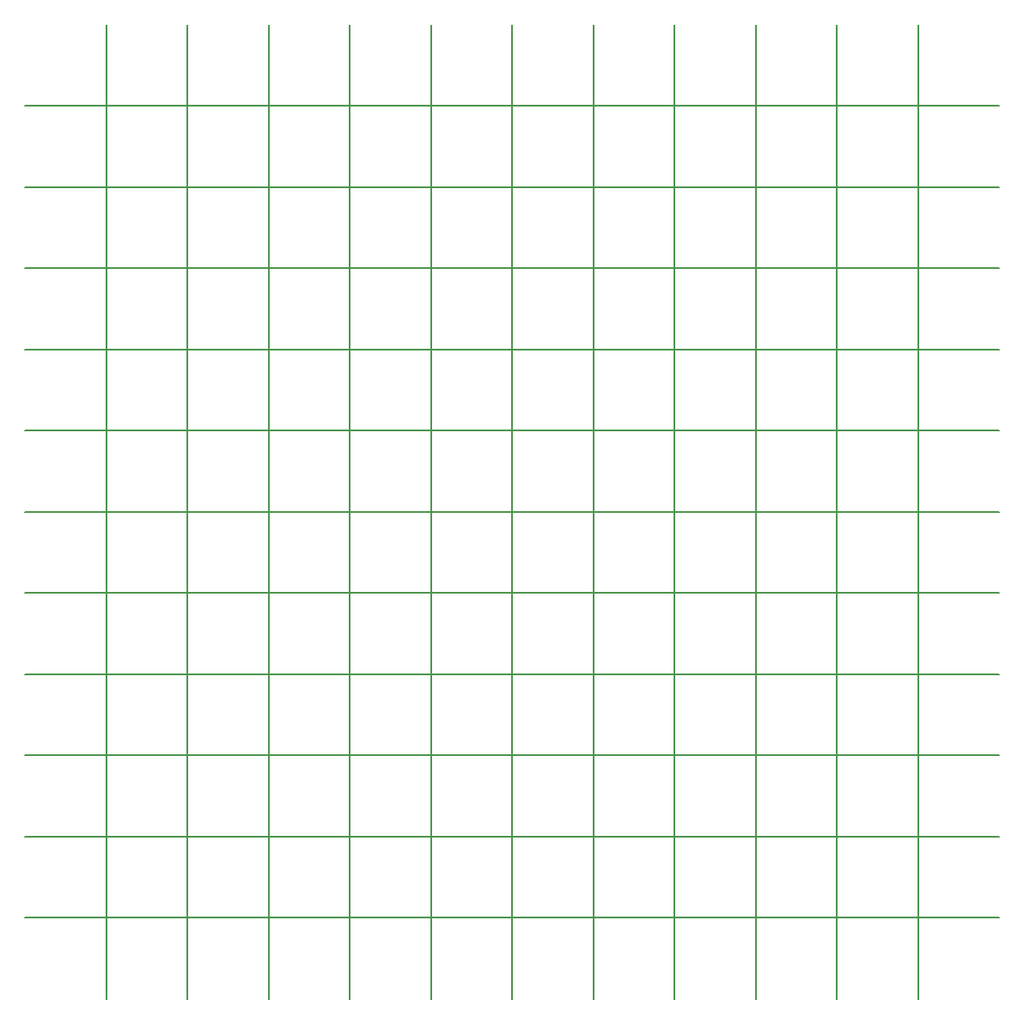
<source format=gto>
G04 #@! TF.GenerationSoftware,KiCad,Pcbnew,7.0.2*
G04 #@! TF.CreationDate,2023-11-05T16:37:17-05:00*
G04 #@! TF.ProjectId,PokerTips,506f6b65-7254-4697-9073-2e6b69636164,rev?*
G04 #@! TF.SameCoordinates,Original*
G04 #@! TF.FileFunction,Legend,Top*
G04 #@! TF.FilePolarity,Positive*
%FSLAX46Y46*%
G04 Gerber Fmt 4.6, Leading zero omitted, Abs format (unit mm)*
G04 Created by KiCad (PCBNEW 7.0.2) date 2023-11-05 16:37:17*
%MOMM*%
%LPD*%
G01*
G04 APERTURE LIST*
%ADD10C,0.150000*%
%ADD11C,0.500000*%
G04 APERTURE END LIST*
D10*
X70000000Y-38000000D02*
X70000000Y-134000000D01*
X46000000Y-38000000D02*
X46000000Y-134000000D01*
X62000000Y-38000000D02*
X62000000Y-134000000D01*
X38000000Y-102000000D02*
X134000000Y-102000000D01*
X38000000Y-86000000D02*
X134000000Y-86000000D01*
X126000000Y-38000000D02*
X126000000Y-134000000D01*
X38000000Y-78000000D02*
X134000000Y-78000000D01*
X38000000Y-126000000D02*
X134000000Y-126000000D01*
X118000000Y-38000000D02*
X118000000Y-134000000D01*
X78000000Y-38000000D02*
X78000000Y-134000000D01*
X38000000Y-118000000D02*
X134000000Y-118000000D01*
X38000000Y-62000000D02*
X134000000Y-62000000D01*
X38000000Y-94000000D02*
X134000000Y-94000000D01*
X38000000Y-54000000D02*
X134000000Y-54000000D01*
X54000000Y-38000000D02*
X54000000Y-134000000D01*
X86000000Y-38000000D02*
X86000000Y-134000000D01*
X38000000Y-46000000D02*
X134000000Y-46000000D01*
X102000000Y-38000000D02*
X102000000Y-134000000D01*
X38000000Y-110000000D02*
X134000000Y-110000000D01*
X94000000Y-38000000D02*
X94000000Y-134000000D01*
X38000000Y-70000000D02*
X134000000Y-70000000D01*
X110000000Y-38000000D02*
X110000000Y-134000000D01*
%LPC*%
D11*
X123750000Y-130750000D03*
X124500000Y-131500000D03*
X130750000Y-123750000D03*
X131500000Y-124500000D03*
X114750000Y-107750000D03*
X115500000Y-108500000D03*
X124500000Y-88500000D03*
X123750000Y-89250000D03*
X91750000Y-66750000D03*
X92500000Y-67500000D03*
X40500000Y-92500000D03*
X41250000Y-91750000D03*
X48250000Y-73250000D03*
X47500000Y-72500000D03*
X76500000Y-120500000D03*
X75750000Y-121250000D03*
X92500000Y-120500000D03*
X91750000Y-121250000D03*
X99500000Y-127500000D03*
X98750000Y-128250000D03*
X80250000Y-73250000D03*
X79500000Y-72500000D03*
X127500000Y-67500000D03*
X128250000Y-66750000D03*
X108500000Y-40500000D03*
X107750000Y-41250000D03*
X115500000Y-111500000D03*
X114750000Y-112250000D03*
X79500000Y-131500000D03*
X80250000Y-130750000D03*
X80250000Y-41250000D03*
X79500000Y-40500000D03*
X98750000Y-107750000D03*
X99500000Y-108500000D03*
X130750000Y-59750000D03*
X131500000Y-60500000D03*
X111500000Y-131500000D03*
X112250000Y-130750000D03*
X75750000Y-50750000D03*
X76500000Y-51500000D03*
X44500000Y-56500000D03*
X43750000Y-57250000D03*
X92500000Y-72500000D03*
X91750000Y-73250000D03*
X124500000Y-72500000D03*
X123750000Y-73250000D03*
X108500000Y-72500000D03*
X107750000Y-73250000D03*
X41250000Y-128250000D03*
X40500000Y-127500000D03*
X40500000Y-44500000D03*
X41250000Y-43750000D03*
X104500000Y-76500000D03*
X105250000Y-75750000D03*
X76500000Y-40500000D03*
X75750000Y-41250000D03*
X50750000Y-107750000D03*
X51500000Y-108500000D03*
X105250000Y-128250000D03*
X104500000Y-127500000D03*
X89250000Y-80250000D03*
X88500000Y-79500000D03*
X111500000Y-51500000D03*
X112250000Y-50750000D03*
X66750000Y-75750000D03*
X67500000Y-76500000D03*
X96250000Y-89250000D03*
X95500000Y-88500000D03*
X67500000Y-111500000D03*
X66750000Y-112250000D03*
X66750000Y-123750000D03*
X67500000Y-124500000D03*
X104500000Y-44500000D03*
X105250000Y-43750000D03*
X47500000Y-115500000D03*
X48250000Y-114750000D03*
X114750000Y-123750000D03*
X115500000Y-124500000D03*
X44500000Y-104500000D03*
X43750000Y-105250000D03*
X89249999Y-128250000D03*
X88499999Y-127500000D03*
X108500000Y-104500000D03*
X107750000Y-105250000D03*
X50750000Y-91750000D03*
X51500000Y-92500000D03*
X131500000Y-79500000D03*
X130750000Y-80250000D03*
X108500000Y-120500000D03*
X107750000Y-121250000D03*
X41250000Y-64250000D03*
X40500000Y-63500000D03*
X64250000Y-121250000D03*
X63500000Y-120500000D03*
X99500000Y-95500000D03*
X98750000Y-96250000D03*
X47500000Y-83500000D03*
X48250000Y-82750000D03*
X107750000Y-82750000D03*
X108500000Y-83500000D03*
X40500000Y-124500000D03*
X41250000Y-123750000D03*
X59750000Y-130750000D03*
X60500000Y-131500000D03*
X99500000Y-63500000D03*
X98750000Y-64250000D03*
X67500000Y-95500000D03*
X66750000Y-96250000D03*
X89250000Y-112250000D03*
X88500000Y-111500000D03*
X60500000Y-104500000D03*
X59750000Y-105250000D03*
X92500000Y-40500000D03*
X91750000Y-41250000D03*
X43750000Y-130750000D03*
X44500000Y-131500000D03*
X76500000Y-104500000D03*
X75750000Y-105250000D03*
X59750000Y-114750000D03*
X60500000Y-115500000D03*
X127500000Y-99500000D03*
X128250000Y-98750000D03*
X128250000Y-41250000D03*
X127500000Y-40500000D03*
X66750000Y-59750000D03*
X67500000Y-60500000D03*
X127500000Y-83500000D03*
X128250000Y-82750000D03*
X82750000Y-91750000D03*
X83500000Y-92500000D03*
X130750000Y-75750000D03*
X131500000Y-76500000D03*
X41250000Y-96250000D03*
X40500000Y-95500000D03*
X91750000Y-114750000D03*
X92500000Y-115500000D03*
X59750000Y-50750000D03*
X60500000Y-51500000D03*
X73250000Y-128250000D03*
X72500000Y-127500000D03*
X80250000Y-121250000D03*
X79500000Y-120500000D03*
X96250000Y-73250000D03*
X95500000Y-72500000D03*
X63500000Y-115500000D03*
X64250000Y-114750000D03*
X120500000Y-92500000D03*
X121250000Y-91750000D03*
X73250000Y-48250000D03*
X72500000Y-47500000D03*
X48250000Y-57250000D03*
X47500000Y-56500000D03*
X48250000Y-121250000D03*
X47500000Y-120500000D03*
X98750000Y-123750000D03*
X99500000Y-124500000D03*
X104500000Y-124500000D03*
X105250000Y-123750000D03*
X57250000Y-96250000D03*
X56500000Y-95500000D03*
X66750000Y-91750000D03*
X67500000Y-92500000D03*
X64250000Y-73250000D03*
X63500000Y-72500000D03*
X67500000Y-47500000D03*
X66750000Y-48250000D03*
X127500000Y-115500000D03*
X128250000Y-114750000D03*
X44500000Y-120500000D03*
X43750000Y-121250000D03*
X92500000Y-56500000D03*
X91750000Y-57250000D03*
X64250000Y-105250000D03*
X63500000Y-104500000D03*
X40500000Y-108500000D03*
X41250000Y-107750000D03*
X131500000Y-47500000D03*
X130750000Y-48250000D03*
X124500000Y-56500000D03*
X123750000Y-57250000D03*
X128250000Y-89250000D03*
X127500000Y-88500000D03*
X91750000Y-98750000D03*
X92500000Y-99500000D03*
X56500000Y-60500000D03*
X57250000Y-59750000D03*
X91750000Y-130750000D03*
X92500000Y-131500000D03*
X57250000Y-112250000D03*
X56500000Y-111500000D03*
X128250000Y-73250000D03*
X127500000Y-72500000D03*
X79500000Y-115500000D03*
X80250000Y-114750000D03*
X43750000Y-82750000D03*
X44500000Y-83500000D03*
X83500000Y-63500000D03*
X82750000Y-64250000D03*
X83499999Y-127500000D03*
X82749999Y-128250000D03*
X75750000Y-114750000D03*
X76500000Y-115500000D03*
X43750000Y-98750000D03*
X44500000Y-99500000D03*
X48250000Y-105250000D03*
X47500000Y-104500000D03*
X99500000Y-47500000D03*
X98750000Y-48250000D03*
X115499999Y-127500000D03*
X114749999Y-128250000D03*
X121249999Y-128250000D03*
X120499999Y-127500000D03*
X60500000Y-56500000D03*
X59750000Y-57250000D03*
X83500000Y-111500000D03*
X82750000Y-112250000D03*
X95500000Y-67500000D03*
X96250000Y-66750000D03*
X63500000Y-51500000D03*
X64250000Y-50750000D03*
X105250000Y-80250000D03*
X104500000Y-79500000D03*
X121250000Y-48250000D03*
X120500000Y-47500000D03*
X121250000Y-112250000D03*
X120500000Y-111500000D03*
X50750000Y-75750000D03*
X51500000Y-76500000D03*
X80250000Y-57250000D03*
X79500000Y-56500000D03*
X60500000Y-40500000D03*
X59750000Y-41250000D03*
X59750000Y-98750000D03*
X60500000Y-99500000D03*
X111500000Y-67500000D03*
X112250000Y-66750000D03*
X120500000Y-108500000D03*
X121250000Y-107750000D03*
X75750000Y-98750000D03*
X76500000Y-99500000D03*
X98750000Y-43750000D03*
X99500000Y-44500000D03*
X59750000Y-66750000D03*
X60500000Y-67500000D03*
X107750000Y-98750000D03*
X108500000Y-99500000D03*
X59750000Y-82750000D03*
X60500000Y-83500000D03*
X105250000Y-96250000D03*
X104500000Y-95500000D03*
X72500000Y-124500000D03*
X73250000Y-123750000D03*
X89250000Y-96250000D03*
X88500000Y-95500000D03*
X96250000Y-57250000D03*
X95500000Y-56500000D03*
X115500000Y-47500000D03*
X114750000Y-48250000D03*
X47500000Y-131500000D03*
X48250000Y-130750000D03*
X51500000Y-111500000D03*
X50750000Y-112250000D03*
X104500000Y-92500000D03*
X105250000Y-91750000D03*
X51500000Y-95500000D03*
X50750000Y-96250000D03*
X123750000Y-66750000D03*
X124500000Y-67500000D03*
X82750000Y-75750000D03*
X83500000Y-76500000D03*
X98750000Y-91750000D03*
X99500000Y-92500000D03*
X56500000Y-124500000D03*
X57250000Y-123750000D03*
X95500000Y-99500000D03*
X96250000Y-98750000D03*
X121250000Y-96250000D03*
X120500000Y-95500000D03*
X73250000Y-80250000D03*
X72500000Y-79500000D03*
X111500000Y-83500000D03*
X112250000Y-82750000D03*
X72500000Y-44500000D03*
X73250000Y-43750000D03*
X57250000Y-48250000D03*
X56500000Y-47500000D03*
X105250000Y-48250000D03*
X104500000Y-47500000D03*
X66750000Y-43750000D03*
X67500000Y-44500000D03*
X95500000Y-131500000D03*
X96250000Y-130750000D03*
X73250000Y-96250000D03*
X72500000Y-95500000D03*
X96250000Y-105250000D03*
X95500000Y-104500000D03*
X104500000Y-60500000D03*
X105250000Y-59750000D03*
X83500000Y-47500000D03*
X82750000Y-48250000D03*
X47500000Y-99500000D03*
X48250000Y-98750000D03*
X123750000Y-50750000D03*
X124500000Y-51500000D03*
X63500000Y-131500000D03*
X64250000Y-130750000D03*
X72500000Y-76500000D03*
X73250000Y-75750000D03*
X130750000Y-107750000D03*
X131500000Y-108500000D03*
X123750000Y-114750000D03*
X124500000Y-115500000D03*
X92500000Y-104500000D03*
X91750000Y-105250000D03*
X131500000Y-63500001D03*
X130750000Y-64250001D03*
X75750000Y-82750000D03*
X76500000Y-83500000D03*
X67500000Y-63500000D03*
X66750000Y-64250000D03*
X88500000Y-92500000D03*
X89250000Y-91750000D03*
X64250000Y-89250000D03*
X63500000Y-88500000D03*
X95500000Y-115500000D03*
X96250000Y-114750000D03*
X121250000Y-80250000D03*
X120500000Y-79500000D03*
X51500000Y-47500000D03*
X50750000Y-48250000D03*
X82750000Y-123750000D03*
X83500000Y-124500000D03*
X43750000Y-50750000D03*
X44500000Y-51500000D03*
X124500000Y-40500000D03*
X123750000Y-41250000D03*
X41250000Y-112250000D03*
X40500000Y-111500000D03*
X41250000Y-80250000D03*
X40500000Y-79500000D03*
X115500000Y-79500000D03*
X114750000Y-80250000D03*
X56500000Y-108500000D03*
X57250000Y-107750000D03*
X79500000Y-51500000D03*
X80250000Y-50750000D03*
X88500000Y-44500000D03*
X89250000Y-43750000D03*
X72500000Y-60500000D03*
X73250000Y-59750000D03*
X56500000Y-92500000D03*
X57250000Y-91750000D03*
X111500000Y-99500000D03*
X112250000Y-98750000D03*
X51500000Y-63500000D03*
X50750000Y-64250000D03*
X120500000Y-60500000D03*
X121250000Y-59750000D03*
X44500000Y-72500000D03*
X43750000Y-73250000D03*
X107750000Y-114750000D03*
X108500000Y-115500000D03*
X91750000Y-50750000D03*
X92500000Y-51500000D03*
X105250000Y-64250000D03*
X104500000Y-63500000D03*
X47500000Y-67500000D03*
X48250000Y-66750000D03*
X60500000Y-72500000D03*
X59750000Y-73250000D03*
X114750000Y-75750000D03*
X115500000Y-76500000D03*
X57250000Y-80250000D03*
X56500000Y-79500000D03*
X131500000Y-95500001D03*
X130750000Y-96250001D03*
X80250000Y-89250000D03*
X79500000Y-88500000D03*
X124500000Y-120500000D03*
X123750000Y-121250000D03*
X128250000Y-57250000D03*
X127500000Y-56500000D03*
X91750000Y-82750000D03*
X92500000Y-83500000D03*
X76500000Y-72500000D03*
X75750000Y-73250000D03*
X64250000Y-41250000D03*
X63500000Y-40500000D03*
X107750000Y-50750000D03*
X108500000Y-51500000D03*
X67500000Y-127500000D03*
X66750000Y-128250000D03*
X88500000Y-124500000D03*
X89250000Y-123750000D03*
X99500000Y-111500000D03*
X98750000Y-112250000D03*
X120500000Y-76500000D03*
X121250000Y-75750000D03*
X107750000Y-130750000D03*
X108500000Y-131500000D03*
X112250000Y-105250000D03*
X111500000Y-104500000D03*
X108500000Y-56500000D03*
X107750000Y-57250000D03*
X115500000Y-63500000D03*
X114750000Y-64250000D03*
X43750000Y-114750000D03*
X44500000Y-115500000D03*
X92500000Y-88500000D03*
X91750000Y-89250000D03*
X108500000Y-88500000D03*
X107750000Y-89250000D03*
X114750000Y-91750000D03*
X115500000Y-92500000D03*
X131500000Y-127500000D03*
X130750000Y-128250000D03*
X112250000Y-41250000D03*
X111500000Y-40500000D03*
X47500000Y-51500000D03*
X48250000Y-50750000D03*
X64250000Y-57250000D03*
X63500000Y-56500000D03*
X128250000Y-121250000D03*
X127500000Y-120500000D03*
X57250000Y-64250000D03*
X56500000Y-63500000D03*
X127500000Y-131500000D03*
X128250000Y-130750000D03*
X88500000Y-76500000D03*
X89250000Y-75750000D03*
X44500000Y-88500000D03*
X43750000Y-89250000D03*
X50750000Y-43750000D03*
X51500000Y-44500000D03*
X82750000Y-107750000D03*
X83500000Y-108500000D03*
X115500000Y-95500000D03*
X114750000Y-96250000D03*
X98750000Y-59750000D03*
X99500000Y-60500000D03*
X120500000Y-124500000D03*
X121250000Y-123750000D03*
X50750000Y-59750000D03*
X51500000Y-60500000D03*
X112250000Y-73250000D03*
X111500000Y-72500000D03*
X60500000Y-120500000D03*
X59750000Y-121250000D03*
X79500000Y-67500000D03*
X80250000Y-66750000D03*
X127500000Y-51500000D03*
X128250000Y-50750000D03*
X121250000Y-64250000D03*
X120500000Y-63500000D03*
X130750000Y-91750000D03*
X131500000Y-92500000D03*
X130750000Y-43750000D03*
X131500000Y-44500000D03*
X95500000Y-83500000D03*
X96250000Y-82750000D03*
X114750000Y-43750000D03*
X115500000Y-44500000D03*
X67500000Y-79500000D03*
X66750000Y-80250000D03*
X79500000Y-99500000D03*
X80250000Y-98750000D03*
X44500000Y-40500000D03*
X43750000Y-41250000D03*
X131500000Y-111500000D03*
X130750000Y-112250000D03*
X80250000Y-105250000D03*
X79500000Y-104500000D03*
X105250000Y-112250000D03*
X104500000Y-111500000D03*
X66750000Y-107750000D03*
X67500000Y-108500000D03*
X57249999Y-128250000D03*
X56499999Y-127500000D03*
X111500000Y-115500000D03*
X112250000Y-114750000D03*
X104500000Y-108500000D03*
X105250000Y-107750000D03*
X123750000Y-82750000D03*
X124500000Y-83500000D03*
X83500000Y-95500000D03*
X82750000Y-96250000D03*
X48250000Y-41250000D03*
X47500000Y-40500000D03*
X56500000Y-44500000D03*
X57250000Y-43750000D03*
X96250000Y-41250000D03*
X95500000Y-40500000D03*
X82750000Y-59750000D03*
X83500000Y-60500000D03*
X40500000Y-60500000D03*
X41250000Y-59750000D03*
X76500000Y-88500000D03*
X75750000Y-89250000D03*
X73250000Y-64250000D03*
X72500000Y-63500000D03*
X95500000Y-51500000D03*
X96250000Y-50750000D03*
X89250000Y-48250000D03*
X88500000Y-47500000D03*
X114750000Y-59750000D03*
X115500000Y-60500000D03*
X128250000Y-105250000D03*
X127500000Y-104500000D03*
X88500000Y-60500000D03*
X89250000Y-59750000D03*
X40500000Y-76500000D03*
X41250000Y-75750000D03*
X124500000Y-104500000D03*
X123750000Y-105250000D03*
X63500000Y-99500000D03*
X64250000Y-98750000D03*
X63500000Y-67500000D03*
X64250000Y-66750000D03*
X120500000Y-44500000D03*
X121250000Y-43750000D03*
X72500000Y-92500000D03*
X73250000Y-91750000D03*
X89250000Y-64250000D03*
X88500000Y-63500000D03*
X82750000Y-43750000D03*
X83500000Y-44500000D03*
X75750000Y-66750000D03*
X76500000Y-67500000D03*
X112250000Y-89250000D03*
X111500000Y-88500000D03*
X99500000Y-79500000D03*
X98750000Y-80250000D03*
X83500000Y-79500000D03*
X82750000Y-80250000D03*
X112250000Y-121250000D03*
X111500000Y-120500000D03*
X98750000Y-75750000D03*
X99500000Y-76500000D03*
X72500000Y-108500000D03*
X73250000Y-107750000D03*
X123750000Y-98750000D03*
X124500000Y-99500000D03*
X43750000Y-66750000D03*
X44500000Y-67500000D03*
X73250000Y-112250000D03*
X72500000Y-111500000D03*
X75750000Y-130750000D03*
X76500000Y-131500000D03*
X76500000Y-56500000D03*
X75750000Y-57250000D03*
X41250000Y-48250000D03*
X40500000Y-47500000D03*
X96250000Y-121250000D03*
X95500000Y-120500000D03*
X56500000Y-76500000D03*
X57250000Y-75750000D03*
X79500000Y-83500000D03*
X80250000Y-82750000D03*
X48250000Y-89250000D03*
X47500000Y-88500000D03*
X51500000Y-79500000D03*
X50750000Y-80250000D03*
X50750000Y-123750000D03*
X51500000Y-124500000D03*
X51499999Y-127500000D03*
X50749999Y-128250000D03*
X63500000Y-83500000D03*
X64250000Y-82750000D03*
X107750000Y-66750000D03*
X108500000Y-67500000D03*
X112250000Y-57250000D03*
X111500000Y-56500000D03*
X60500000Y-88500000D03*
X59750000Y-89250000D03*
X88500000Y-108500000D03*
X89250000Y-107750000D03*
%LPD*%
M02*

</source>
